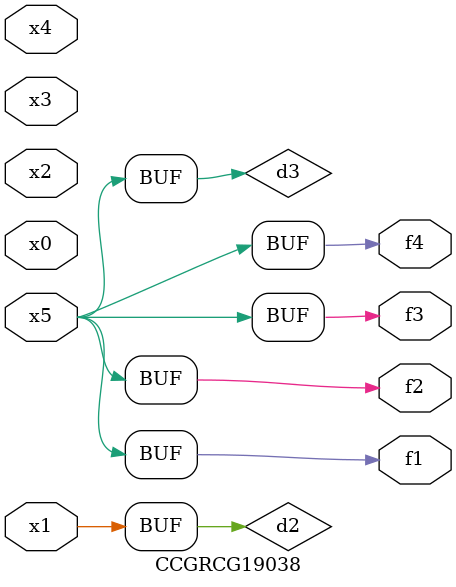
<source format=v>
module CCGRCG19038(
	input x0, x1, x2, x3, x4, x5,
	output f1, f2, f3, f4
);

	wire d1, d2, d3;

	not (d1, x5);
	or (d2, x1);
	xnor (d3, d1);
	assign f1 = d3;
	assign f2 = d3;
	assign f3 = d3;
	assign f4 = d3;
endmodule

</source>
